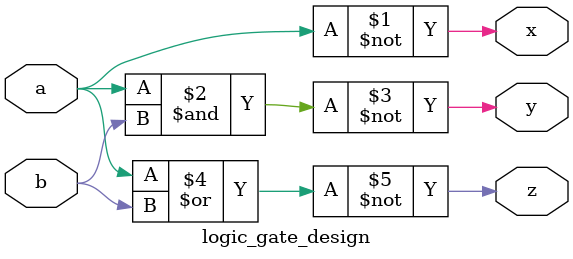
<source format=v>
module logic_gate_design(
    input a,b,
    output x,y,z
    );
    assign x = ~a;
    assign y = ~(a&b);
    assign z = ~(a|b);
    
endmodule

</source>
